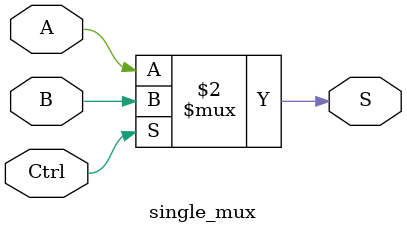
<source format=v>
`timescale 1ns / 1ps
module single_mux(A,B,Ctrl,S);
parameter N=1;
input wire [N-1:0] A,B;
input wire Ctrl;
output wire [N-1:0] S;
assign S=(Ctrl ==1'b0) ? A:B;

endmodule

</source>
